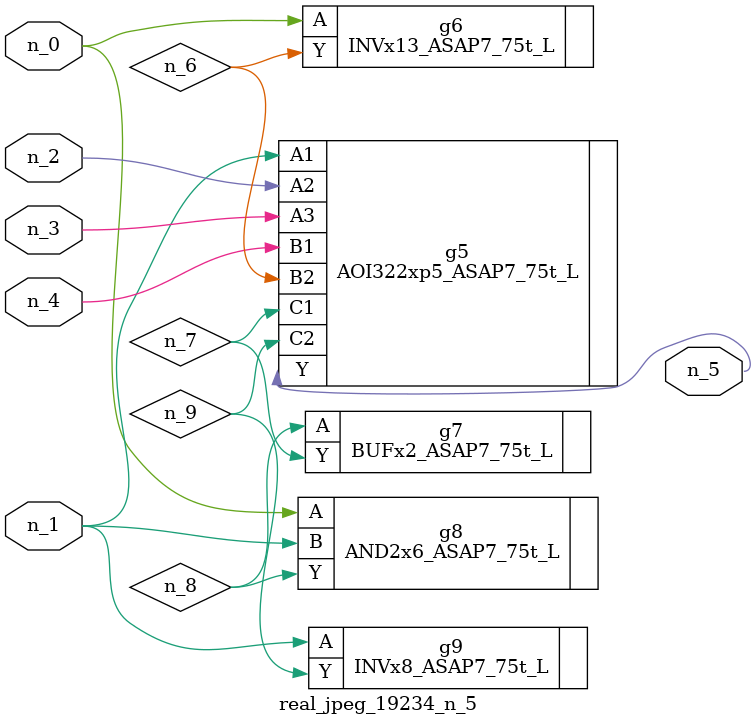
<source format=v>
module real_jpeg_19234_n_5 (n_4, n_0, n_1, n_2, n_3, n_5);

input n_4;
input n_0;
input n_1;
input n_2;
input n_3;

output n_5;

wire n_8;
wire n_6;
wire n_7;
wire n_9;

INVx13_ASAP7_75t_L g6 ( 
.A(n_0),
.Y(n_6)
);

AND2x6_ASAP7_75t_L g8 ( 
.A(n_0),
.B(n_1),
.Y(n_8)
);

AOI322xp5_ASAP7_75t_L g5 ( 
.A1(n_1),
.A2(n_2),
.A3(n_3),
.B1(n_4),
.B2(n_6),
.C1(n_7),
.C2(n_9),
.Y(n_5)
);

INVx8_ASAP7_75t_L g9 ( 
.A(n_1),
.Y(n_9)
);

BUFx2_ASAP7_75t_L g7 ( 
.A(n_8),
.Y(n_7)
);


endmodule
</source>
